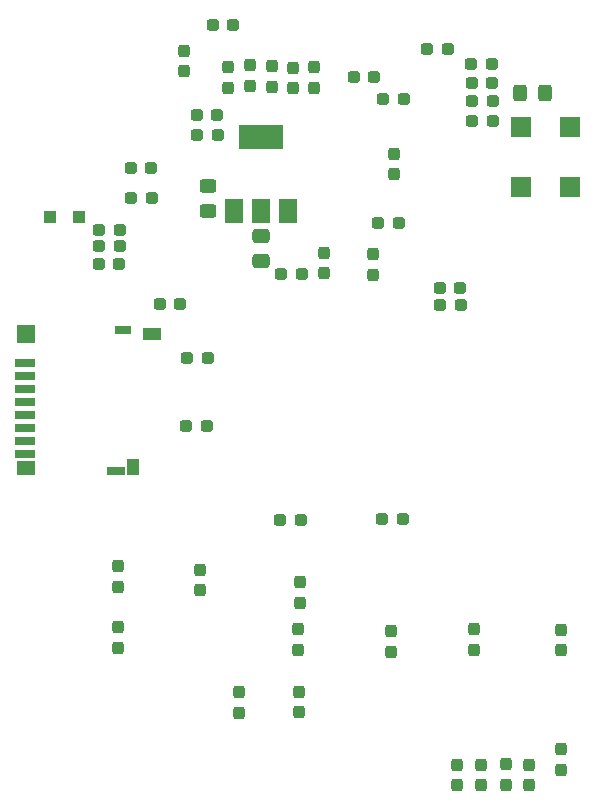
<source format=gbp>
G04 #@! TF.GenerationSoftware,KiCad,Pcbnew,(6.0.0)*
G04 #@! TF.CreationDate,2022-07-21T19:31:28+01:00*
G04 #@! TF.ProjectId,ElectronULA,456c6563-7472-46f6-9e55-4c412e6b6963,rev?*
G04 #@! TF.SameCoordinates,Original*
G04 #@! TF.FileFunction,Paste,Bot*
G04 #@! TF.FilePolarity,Positive*
%FSLAX46Y46*%
G04 Gerber Fmt 4.6, Leading zero omitted, Abs format (unit mm)*
G04 Created by KiCad (PCBNEW (6.0.0)) date 2022-07-21 19:31:28*
%MOMM*%
%LPD*%
G01*
G04 APERTURE LIST*
G04 Aperture macros list*
%AMRoundRect*
0 Rectangle with rounded corners*
0 $1 Rounding radius*
0 $2 $3 $4 $5 $6 $7 $8 $9 X,Y pos of 4 corners*
0 Add a 4 corners polygon primitive as box body*
4,1,4,$2,$3,$4,$5,$6,$7,$8,$9,$2,$3,0*
0 Add four circle primitives for the rounded corners*
1,1,$1+$1,$2,$3*
1,1,$1+$1,$4,$5*
1,1,$1+$1,$6,$7*
1,1,$1+$1,$8,$9*
0 Add four rect primitives between the rounded corners*
20,1,$1+$1,$2,$3,$4,$5,0*
20,1,$1+$1,$4,$5,$6,$7,0*
20,1,$1+$1,$6,$7,$8,$9,0*
20,1,$1+$1,$8,$9,$2,$3,0*%
G04 Aperture macros list end*
%ADD10RoundRect,0.237500X0.237500X-0.287500X0.237500X0.287500X-0.237500X0.287500X-0.237500X-0.287500X0*%
%ADD11RoundRect,0.237500X-0.287500X-0.237500X0.287500X-0.237500X0.287500X0.237500X-0.287500X0.237500X0*%
%ADD12RoundRect,0.237500X-0.237500X0.287500X-0.237500X-0.287500X0.237500X-0.287500X0.237500X0.287500X0*%
%ADD13RoundRect,0.237500X0.287500X0.237500X-0.287500X0.237500X-0.287500X-0.237500X0.287500X-0.237500X0*%
%ADD14RoundRect,0.249999X0.450001X-0.325001X0.450001X0.325001X-0.450001X0.325001X-0.450001X-0.325001X0*%
%ADD15RoundRect,0.249999X-0.325001X-0.450001X0.325001X-0.450001X0.325001X0.450001X-0.325001X0.450001X0*%
%ADD16R,1.800000X1.800000*%
%ADD17R,1.500000X2.000000*%
%ADD18R,3.800000X2.000000*%
%ADD19R,1.000000X1.000000*%
%ADD20R,1.750000X0.700000*%
%ADD21R,1.000000X1.450000*%
%ADD22R,1.550000X1.000000*%
%ADD23R,1.500000X1.300000*%
%ADD24R,1.400000X0.800000*%
%ADD25R,1.500000X1.500000*%
%ADD26R,1.500000X0.800000*%
%ADD27RoundRect,0.250000X-0.475000X0.337500X-0.475000X-0.337500X0.475000X-0.337500X0.475000X0.337500X0*%
G04 APERTURE END LIST*
D10*
X148877200Y-116496000D03*
X148877200Y-114746000D03*
D11*
X160967200Y-100101000D03*
X162717200Y-100101000D03*
D10*
X154057200Y-107141000D03*
X154057200Y-105391000D03*
X145511520Y-106086880D03*
X145511520Y-104336880D03*
D12*
X161707200Y-109561000D03*
X161707200Y-111311000D03*
X176102720Y-109423220D03*
X176102720Y-111173220D03*
D13*
X154082200Y-100161000D03*
X152332200Y-100161000D03*
D11*
X144392200Y-92157560D03*
X146142200Y-92157560D03*
D10*
X153897200Y-116441000D03*
X153897200Y-114691000D03*
D12*
X153837200Y-109381000D03*
X153837200Y-111131000D03*
D13*
X162794920Y-64498220D03*
X161044920Y-64498220D03*
X162385980Y-74996040D03*
X160635980Y-74996040D03*
D12*
X153393140Y-61842680D03*
X153393140Y-63592680D03*
D10*
X160185100Y-79366080D03*
X160185100Y-77616080D03*
D12*
X147883880Y-61776640D03*
X147883880Y-63526640D03*
D11*
X165832820Y-80515460D03*
X167582820Y-80515460D03*
X164801580Y-60286900D03*
X166551580Y-60286900D03*
D13*
X141451300Y-72854820D03*
X139701300Y-72854820D03*
X143902200Y-81831000D03*
X142152200Y-81831000D03*
D11*
X152411460Y-79308960D03*
X154161460Y-79308960D03*
X145263900Y-65864740D03*
X147013900Y-65864740D03*
X139683520Y-70370700D03*
X141433520Y-70370700D03*
D10*
X151683720Y-63486000D03*
X151683720Y-61736000D03*
X149778720Y-63394560D03*
X149778720Y-61644560D03*
D11*
X146627880Y-58239660D03*
X148377880Y-58239660D03*
D12*
X161991040Y-69127400D03*
X161991040Y-70877400D03*
D10*
X155188920Y-63552040D03*
X155188920Y-61802040D03*
D14*
X146237960Y-73948400D03*
X146237960Y-71898400D03*
D12*
X168772840Y-109371160D03*
X168772840Y-111121160D03*
D15*
X172680520Y-63985140D03*
X174730520Y-63985140D03*
D16*
X176880520Y-66855340D03*
X176880520Y-71935340D03*
X172689520Y-71935340D03*
X172689520Y-66855340D03*
D11*
X158558260Y-62664340D03*
X160308260Y-62664340D03*
D17*
X153033760Y-73980440D03*
X150733760Y-73980440D03*
X148433760Y-73980440D03*
D18*
X150733760Y-67680440D03*
D10*
X144170400Y-62160120D03*
X144170400Y-60410120D03*
X138595100Y-110994160D03*
X138595100Y-109244160D03*
X176159160Y-121319260D03*
X176159160Y-119569260D03*
X156077920Y-79269560D03*
X156077920Y-77519560D03*
D11*
X165865840Y-81978500D03*
X167615840Y-81978500D03*
D13*
X170282840Y-61523880D03*
X168532840Y-61523880D03*
X170313320Y-63103760D03*
X168563320Y-63103760D03*
X170333640Y-64678560D03*
X168583640Y-64678560D03*
X170343800Y-66365120D03*
X168593800Y-66365120D03*
D11*
X144472200Y-86427560D03*
X146222200Y-86427560D03*
D13*
X147067240Y-67564000D03*
X145317240Y-67564000D03*
X138736040Y-78450440D03*
X136986040Y-78450440D03*
X138761440Y-76982320D03*
X137011440Y-76982320D03*
D10*
X138572240Y-105820180D03*
X138572240Y-104070180D03*
D13*
X138766520Y-75575160D03*
X137016520Y-75575160D03*
D19*
X135318820Y-74455020D03*
X132818820Y-74455020D03*
D10*
X167335200Y-122614660D03*
X167335200Y-120864660D03*
X169384980Y-122599420D03*
X169384980Y-120849420D03*
X171437300Y-122589260D03*
X171437300Y-120839260D03*
X173428660Y-122622280D03*
X173428660Y-120872280D03*
D20*
X130694940Y-86829900D03*
X130694940Y-87929900D03*
X130694940Y-89029900D03*
X130694940Y-90129900D03*
X130694940Y-91229900D03*
X130694940Y-92329900D03*
X130694940Y-93429900D03*
X130694940Y-94529900D03*
D21*
X139919940Y-95654900D03*
D22*
X141494940Y-84429900D03*
D23*
X130819940Y-95729900D03*
D24*
X139069940Y-84029900D03*
D25*
X130819940Y-84379900D03*
D26*
X138419940Y-95979900D03*
D27*
X150723600Y-76127700D03*
X150723600Y-78202700D03*
M02*

</source>
